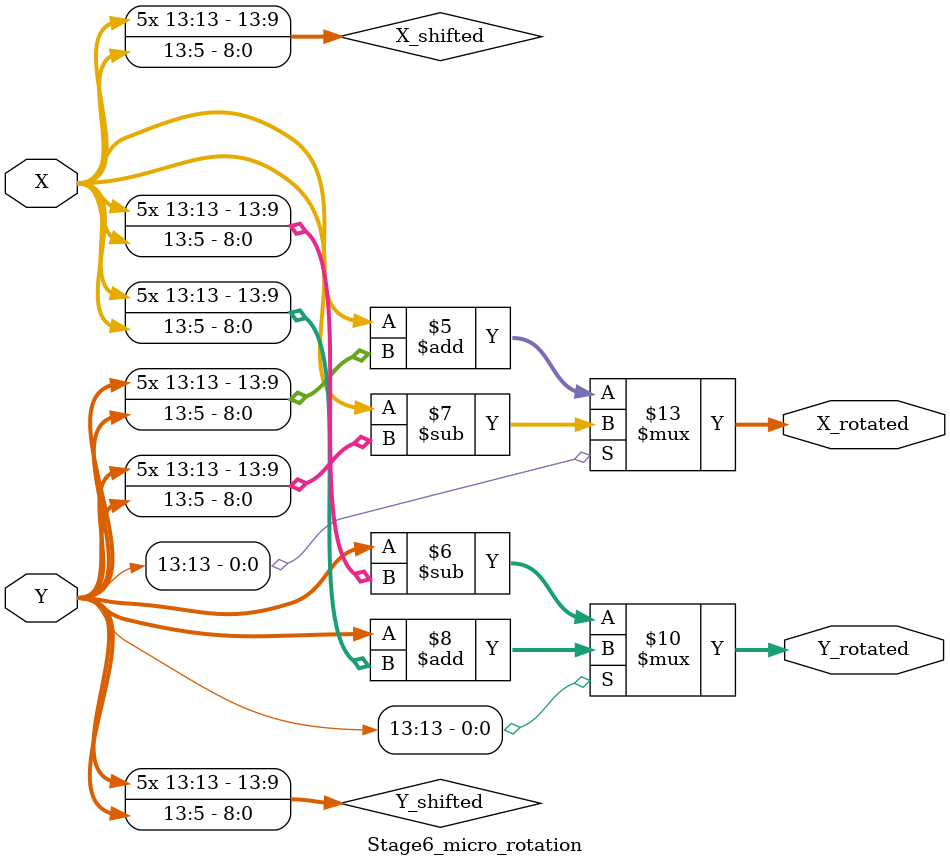
<source format=v>
`timescale 1ns / 1ps

module Stage6_micro_rotation(X, Y, X_rotated, Y_rotated);     
input [13:0] X, Y;
//input Y_signed;
output [13:0] X_rotated, Y_rotated;

// input
wire signed [13:0] X, Y;        // S1.12  (14bits)
//wire signed Y_signed;           // Y[13] = ¦P¤@­Ó stage Y ªº signed bit¡A¨M©w X¡BY ­n¥[©Î´î

// output
reg signed [13:0] X_rotated, Y_rotated;       // S1.12  (14bits)

reg signed [13:0] X_shifted, Y_shifted;

always@ (X or Y)
begin
    X_shifted = X >>> 5;          // ²Ä 6 ­Ó stage ¦V¥k¦ì²¾ 5 bits
    Y_shifted = Y >>> 5;
    
    if(Y[13] == 1'b0)
    begin
        X_rotated = X + Y_shifted;
        Y_rotated = Y - X_shifted;
    end
    
    else
    begin
        X_rotated = X - Y_shifted;
        Y_rotated = Y + X_shifted;
    end
end

endmodule

</source>
